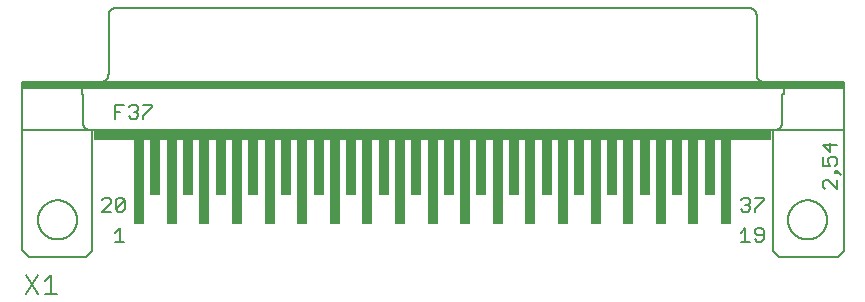
<source format=gto>
G75*
%MOIN*%
%OFA0B0*%
%FSLAX25Y25*%
%IPPOS*%
%LPD*%
%AMOC8*
5,1,8,0,0,1.08239X$1,22.5*
%
%ADD10C,0.00600*%
%ADD11C,0.00700*%
%ADD12C,0.00500*%
%ADD13R,2.25000X0.03000*%
%ADD14R,2.74000X0.02000*%
%ADD15R,0.03200X0.28500*%
%ADD16R,0.03200X0.18500*%
D10*
X0020102Y0116739D02*
X0039102Y0116739D01*
X0041102Y0118739D01*
X0041102Y0159239D01*
X0042102Y0159239D01*
X0267102Y0159239D01*
X0268102Y0159239D01*
X0268102Y0118739D01*
X0270102Y0116739D01*
X0289602Y0116739D01*
X0291602Y0118739D01*
X0291602Y0158739D01*
X0291602Y0159239D01*
X0271602Y0159239D01*
X0268102Y0159239D01*
X0267102Y0159239D02*
X0267102Y0156239D01*
X0042102Y0156239D01*
X0042102Y0159239D01*
X0041102Y0159239D02*
X0037602Y0159239D01*
X0017602Y0159239D01*
X0017602Y0158739D01*
X0017602Y0119239D01*
X0020102Y0116739D01*
X0023102Y0129239D02*
X0023104Y0129400D01*
X0023110Y0129560D01*
X0023120Y0129721D01*
X0023134Y0129881D01*
X0023152Y0130041D01*
X0023173Y0130200D01*
X0023199Y0130359D01*
X0023229Y0130517D01*
X0023262Y0130674D01*
X0023300Y0130831D01*
X0023341Y0130986D01*
X0023386Y0131140D01*
X0023435Y0131293D01*
X0023488Y0131445D01*
X0023544Y0131596D01*
X0023605Y0131745D01*
X0023668Y0131893D01*
X0023736Y0132039D01*
X0023807Y0132183D01*
X0023881Y0132325D01*
X0023959Y0132466D01*
X0024041Y0132604D01*
X0024126Y0132741D01*
X0024214Y0132875D01*
X0024306Y0133007D01*
X0024401Y0133137D01*
X0024499Y0133265D01*
X0024600Y0133390D01*
X0024704Y0133512D01*
X0024811Y0133632D01*
X0024921Y0133749D01*
X0025034Y0133864D01*
X0025150Y0133975D01*
X0025269Y0134084D01*
X0025390Y0134189D01*
X0025514Y0134292D01*
X0025640Y0134392D01*
X0025768Y0134488D01*
X0025899Y0134581D01*
X0026033Y0134671D01*
X0026168Y0134758D01*
X0026306Y0134841D01*
X0026445Y0134921D01*
X0026587Y0134997D01*
X0026730Y0135070D01*
X0026875Y0135139D01*
X0027022Y0135205D01*
X0027170Y0135267D01*
X0027320Y0135325D01*
X0027471Y0135380D01*
X0027624Y0135431D01*
X0027778Y0135478D01*
X0027933Y0135521D01*
X0028089Y0135560D01*
X0028245Y0135596D01*
X0028403Y0135627D01*
X0028561Y0135655D01*
X0028720Y0135679D01*
X0028880Y0135699D01*
X0029040Y0135715D01*
X0029200Y0135727D01*
X0029361Y0135735D01*
X0029522Y0135739D01*
X0029682Y0135739D01*
X0029843Y0135735D01*
X0030004Y0135727D01*
X0030164Y0135715D01*
X0030324Y0135699D01*
X0030484Y0135679D01*
X0030643Y0135655D01*
X0030801Y0135627D01*
X0030959Y0135596D01*
X0031115Y0135560D01*
X0031271Y0135521D01*
X0031426Y0135478D01*
X0031580Y0135431D01*
X0031733Y0135380D01*
X0031884Y0135325D01*
X0032034Y0135267D01*
X0032182Y0135205D01*
X0032329Y0135139D01*
X0032474Y0135070D01*
X0032617Y0134997D01*
X0032759Y0134921D01*
X0032898Y0134841D01*
X0033036Y0134758D01*
X0033171Y0134671D01*
X0033305Y0134581D01*
X0033436Y0134488D01*
X0033564Y0134392D01*
X0033690Y0134292D01*
X0033814Y0134189D01*
X0033935Y0134084D01*
X0034054Y0133975D01*
X0034170Y0133864D01*
X0034283Y0133749D01*
X0034393Y0133632D01*
X0034500Y0133512D01*
X0034604Y0133390D01*
X0034705Y0133265D01*
X0034803Y0133137D01*
X0034898Y0133007D01*
X0034990Y0132875D01*
X0035078Y0132741D01*
X0035163Y0132604D01*
X0035245Y0132466D01*
X0035323Y0132325D01*
X0035397Y0132183D01*
X0035468Y0132039D01*
X0035536Y0131893D01*
X0035599Y0131745D01*
X0035660Y0131596D01*
X0035716Y0131445D01*
X0035769Y0131293D01*
X0035818Y0131140D01*
X0035863Y0130986D01*
X0035904Y0130831D01*
X0035942Y0130674D01*
X0035975Y0130517D01*
X0036005Y0130359D01*
X0036031Y0130200D01*
X0036052Y0130041D01*
X0036070Y0129881D01*
X0036084Y0129721D01*
X0036094Y0129560D01*
X0036100Y0129400D01*
X0036102Y0129239D01*
X0036100Y0129078D01*
X0036094Y0128918D01*
X0036084Y0128757D01*
X0036070Y0128597D01*
X0036052Y0128437D01*
X0036031Y0128278D01*
X0036005Y0128119D01*
X0035975Y0127961D01*
X0035942Y0127804D01*
X0035904Y0127647D01*
X0035863Y0127492D01*
X0035818Y0127338D01*
X0035769Y0127185D01*
X0035716Y0127033D01*
X0035660Y0126882D01*
X0035599Y0126733D01*
X0035536Y0126585D01*
X0035468Y0126439D01*
X0035397Y0126295D01*
X0035323Y0126153D01*
X0035245Y0126012D01*
X0035163Y0125874D01*
X0035078Y0125737D01*
X0034990Y0125603D01*
X0034898Y0125471D01*
X0034803Y0125341D01*
X0034705Y0125213D01*
X0034604Y0125088D01*
X0034500Y0124966D01*
X0034393Y0124846D01*
X0034283Y0124729D01*
X0034170Y0124614D01*
X0034054Y0124503D01*
X0033935Y0124394D01*
X0033814Y0124289D01*
X0033690Y0124186D01*
X0033564Y0124086D01*
X0033436Y0123990D01*
X0033305Y0123897D01*
X0033171Y0123807D01*
X0033036Y0123720D01*
X0032898Y0123637D01*
X0032759Y0123557D01*
X0032617Y0123481D01*
X0032474Y0123408D01*
X0032329Y0123339D01*
X0032182Y0123273D01*
X0032034Y0123211D01*
X0031884Y0123153D01*
X0031733Y0123098D01*
X0031580Y0123047D01*
X0031426Y0123000D01*
X0031271Y0122957D01*
X0031115Y0122918D01*
X0030959Y0122882D01*
X0030801Y0122851D01*
X0030643Y0122823D01*
X0030484Y0122799D01*
X0030324Y0122779D01*
X0030164Y0122763D01*
X0030004Y0122751D01*
X0029843Y0122743D01*
X0029682Y0122739D01*
X0029522Y0122739D01*
X0029361Y0122743D01*
X0029200Y0122751D01*
X0029040Y0122763D01*
X0028880Y0122779D01*
X0028720Y0122799D01*
X0028561Y0122823D01*
X0028403Y0122851D01*
X0028245Y0122882D01*
X0028089Y0122918D01*
X0027933Y0122957D01*
X0027778Y0123000D01*
X0027624Y0123047D01*
X0027471Y0123098D01*
X0027320Y0123153D01*
X0027170Y0123211D01*
X0027022Y0123273D01*
X0026875Y0123339D01*
X0026730Y0123408D01*
X0026587Y0123481D01*
X0026445Y0123557D01*
X0026306Y0123637D01*
X0026168Y0123720D01*
X0026033Y0123807D01*
X0025899Y0123897D01*
X0025768Y0123990D01*
X0025640Y0124086D01*
X0025514Y0124186D01*
X0025390Y0124289D01*
X0025269Y0124394D01*
X0025150Y0124503D01*
X0025034Y0124614D01*
X0024921Y0124729D01*
X0024811Y0124846D01*
X0024704Y0124966D01*
X0024600Y0125088D01*
X0024499Y0125213D01*
X0024401Y0125341D01*
X0024306Y0125471D01*
X0024214Y0125603D01*
X0024126Y0125737D01*
X0024041Y0125874D01*
X0023959Y0126012D01*
X0023881Y0126153D01*
X0023807Y0126295D01*
X0023736Y0126439D01*
X0023668Y0126585D01*
X0023605Y0126733D01*
X0023544Y0126882D01*
X0023488Y0127033D01*
X0023435Y0127185D01*
X0023386Y0127338D01*
X0023341Y0127492D01*
X0023300Y0127647D01*
X0023262Y0127804D01*
X0023229Y0127961D01*
X0023199Y0128119D01*
X0023173Y0128278D01*
X0023152Y0128437D01*
X0023134Y0128597D01*
X0023120Y0128757D01*
X0023110Y0128918D01*
X0023104Y0129078D01*
X0023102Y0129239D01*
X0017602Y0159239D02*
X0017602Y0171239D01*
X0017602Y0173239D01*
X0027602Y0173239D01*
X0037602Y0173239D01*
X0271602Y0173239D01*
X0271602Y0171239D01*
X0271102Y0171239D01*
X0271102Y0161739D01*
X0271100Y0161641D01*
X0271094Y0161543D01*
X0271085Y0161445D01*
X0271071Y0161348D01*
X0271054Y0161251D01*
X0271033Y0161155D01*
X0271008Y0161060D01*
X0270980Y0160966D01*
X0270947Y0160874D01*
X0270912Y0160782D01*
X0270872Y0160692D01*
X0270830Y0160604D01*
X0270783Y0160517D01*
X0270734Y0160433D01*
X0270681Y0160350D01*
X0270625Y0160270D01*
X0270565Y0160191D01*
X0270503Y0160115D01*
X0270438Y0160042D01*
X0270370Y0159971D01*
X0270299Y0159903D01*
X0270226Y0159838D01*
X0270150Y0159776D01*
X0270071Y0159716D01*
X0269991Y0159660D01*
X0269908Y0159607D01*
X0269824Y0159558D01*
X0269737Y0159511D01*
X0269649Y0159469D01*
X0269559Y0159429D01*
X0269467Y0159394D01*
X0269375Y0159361D01*
X0269281Y0159333D01*
X0269186Y0159308D01*
X0269090Y0159287D01*
X0268993Y0159270D01*
X0268896Y0159256D01*
X0268798Y0159247D01*
X0268700Y0159241D01*
X0268602Y0159239D01*
X0271602Y0173239D02*
X0281602Y0173239D01*
X0291602Y0173239D01*
X0291602Y0171239D01*
X0291602Y0159239D01*
X0291602Y0173239D02*
X0291602Y0175239D01*
X0261102Y0175239D01*
X0048102Y0175239D01*
X0017602Y0175239D01*
X0017602Y0173239D01*
X0037602Y0173239D02*
X0037602Y0171239D01*
X0038102Y0171239D01*
X0038102Y0161739D01*
X0038104Y0161641D01*
X0038110Y0161543D01*
X0038119Y0161445D01*
X0038133Y0161348D01*
X0038150Y0161251D01*
X0038171Y0161155D01*
X0038196Y0161060D01*
X0038224Y0160966D01*
X0038257Y0160874D01*
X0038292Y0160782D01*
X0038332Y0160692D01*
X0038374Y0160604D01*
X0038421Y0160517D01*
X0038470Y0160433D01*
X0038523Y0160350D01*
X0038579Y0160270D01*
X0038639Y0160191D01*
X0038701Y0160115D01*
X0038766Y0160042D01*
X0038834Y0159971D01*
X0038905Y0159903D01*
X0038978Y0159838D01*
X0039054Y0159776D01*
X0039133Y0159716D01*
X0039213Y0159660D01*
X0039296Y0159607D01*
X0039380Y0159558D01*
X0039467Y0159511D01*
X0039555Y0159469D01*
X0039645Y0159429D01*
X0039737Y0159394D01*
X0039829Y0159361D01*
X0039923Y0159333D01*
X0040018Y0159308D01*
X0040114Y0159287D01*
X0040211Y0159270D01*
X0040308Y0159256D01*
X0040406Y0159247D01*
X0040504Y0159241D01*
X0040602Y0159239D01*
X0044102Y0175239D02*
X0044200Y0175241D01*
X0044298Y0175247D01*
X0044396Y0175256D01*
X0044493Y0175270D01*
X0044590Y0175287D01*
X0044686Y0175308D01*
X0044781Y0175333D01*
X0044875Y0175361D01*
X0044967Y0175394D01*
X0045059Y0175429D01*
X0045149Y0175469D01*
X0045237Y0175511D01*
X0045324Y0175558D01*
X0045408Y0175607D01*
X0045491Y0175660D01*
X0045571Y0175716D01*
X0045650Y0175776D01*
X0045726Y0175838D01*
X0045799Y0175903D01*
X0045870Y0175971D01*
X0045938Y0176042D01*
X0046003Y0176115D01*
X0046065Y0176191D01*
X0046125Y0176270D01*
X0046181Y0176350D01*
X0046234Y0176433D01*
X0046283Y0176517D01*
X0046330Y0176604D01*
X0046372Y0176692D01*
X0046412Y0176782D01*
X0046447Y0176874D01*
X0046480Y0176966D01*
X0046508Y0177060D01*
X0046533Y0177155D01*
X0046554Y0177251D01*
X0046571Y0177348D01*
X0046585Y0177445D01*
X0046594Y0177543D01*
X0046600Y0177641D01*
X0046602Y0177739D01*
X0046602Y0197739D01*
X0046604Y0197826D01*
X0046610Y0197913D01*
X0046619Y0198000D01*
X0046632Y0198086D01*
X0046649Y0198172D01*
X0046670Y0198257D01*
X0046695Y0198340D01*
X0046723Y0198423D01*
X0046754Y0198504D01*
X0046789Y0198584D01*
X0046828Y0198662D01*
X0046870Y0198739D01*
X0046915Y0198814D01*
X0046964Y0198886D01*
X0047015Y0198957D01*
X0047070Y0199025D01*
X0047127Y0199090D01*
X0047188Y0199153D01*
X0047251Y0199214D01*
X0047316Y0199271D01*
X0047384Y0199326D01*
X0047455Y0199377D01*
X0047527Y0199426D01*
X0047602Y0199471D01*
X0047679Y0199513D01*
X0047757Y0199552D01*
X0047837Y0199587D01*
X0047918Y0199618D01*
X0048001Y0199646D01*
X0048084Y0199671D01*
X0048169Y0199692D01*
X0048255Y0199709D01*
X0048341Y0199722D01*
X0048428Y0199731D01*
X0048515Y0199737D01*
X0048602Y0199739D01*
X0049602Y0199739D01*
X0259602Y0199739D01*
X0260602Y0199739D01*
X0260689Y0199737D01*
X0260776Y0199731D01*
X0260863Y0199722D01*
X0260949Y0199709D01*
X0261035Y0199692D01*
X0261120Y0199671D01*
X0261203Y0199646D01*
X0261286Y0199618D01*
X0261367Y0199587D01*
X0261447Y0199552D01*
X0261525Y0199513D01*
X0261602Y0199471D01*
X0261677Y0199426D01*
X0261749Y0199377D01*
X0261820Y0199326D01*
X0261888Y0199271D01*
X0261953Y0199214D01*
X0262016Y0199153D01*
X0262077Y0199090D01*
X0262134Y0199025D01*
X0262189Y0198957D01*
X0262240Y0198886D01*
X0262289Y0198814D01*
X0262334Y0198739D01*
X0262376Y0198662D01*
X0262415Y0198584D01*
X0262450Y0198504D01*
X0262481Y0198423D01*
X0262509Y0198340D01*
X0262534Y0198257D01*
X0262555Y0198172D01*
X0262572Y0198086D01*
X0262585Y0198000D01*
X0262594Y0197913D01*
X0262600Y0197826D01*
X0262602Y0197739D01*
X0262602Y0177739D01*
X0262604Y0177641D01*
X0262610Y0177543D01*
X0262619Y0177445D01*
X0262633Y0177348D01*
X0262650Y0177251D01*
X0262671Y0177155D01*
X0262696Y0177060D01*
X0262724Y0176966D01*
X0262757Y0176874D01*
X0262792Y0176782D01*
X0262832Y0176692D01*
X0262874Y0176604D01*
X0262921Y0176517D01*
X0262970Y0176433D01*
X0263023Y0176350D01*
X0263079Y0176270D01*
X0263139Y0176191D01*
X0263201Y0176115D01*
X0263266Y0176042D01*
X0263334Y0175971D01*
X0263405Y0175903D01*
X0263478Y0175838D01*
X0263554Y0175776D01*
X0263633Y0175716D01*
X0263713Y0175660D01*
X0263796Y0175607D01*
X0263880Y0175558D01*
X0263967Y0175511D01*
X0264055Y0175469D01*
X0264145Y0175429D01*
X0264237Y0175394D01*
X0264329Y0175361D01*
X0264423Y0175333D01*
X0264518Y0175308D01*
X0264614Y0175287D01*
X0264711Y0175270D01*
X0264808Y0175256D01*
X0264906Y0175247D01*
X0265004Y0175241D01*
X0265102Y0175239D01*
X0273102Y0129239D02*
X0273104Y0129400D01*
X0273110Y0129560D01*
X0273120Y0129721D01*
X0273134Y0129881D01*
X0273152Y0130041D01*
X0273173Y0130200D01*
X0273199Y0130359D01*
X0273229Y0130517D01*
X0273262Y0130674D01*
X0273300Y0130831D01*
X0273341Y0130986D01*
X0273386Y0131140D01*
X0273435Y0131293D01*
X0273488Y0131445D01*
X0273544Y0131596D01*
X0273605Y0131745D01*
X0273668Y0131893D01*
X0273736Y0132039D01*
X0273807Y0132183D01*
X0273881Y0132325D01*
X0273959Y0132466D01*
X0274041Y0132604D01*
X0274126Y0132741D01*
X0274214Y0132875D01*
X0274306Y0133007D01*
X0274401Y0133137D01*
X0274499Y0133265D01*
X0274600Y0133390D01*
X0274704Y0133512D01*
X0274811Y0133632D01*
X0274921Y0133749D01*
X0275034Y0133864D01*
X0275150Y0133975D01*
X0275269Y0134084D01*
X0275390Y0134189D01*
X0275514Y0134292D01*
X0275640Y0134392D01*
X0275768Y0134488D01*
X0275899Y0134581D01*
X0276033Y0134671D01*
X0276168Y0134758D01*
X0276306Y0134841D01*
X0276445Y0134921D01*
X0276587Y0134997D01*
X0276730Y0135070D01*
X0276875Y0135139D01*
X0277022Y0135205D01*
X0277170Y0135267D01*
X0277320Y0135325D01*
X0277471Y0135380D01*
X0277624Y0135431D01*
X0277778Y0135478D01*
X0277933Y0135521D01*
X0278089Y0135560D01*
X0278245Y0135596D01*
X0278403Y0135627D01*
X0278561Y0135655D01*
X0278720Y0135679D01*
X0278880Y0135699D01*
X0279040Y0135715D01*
X0279200Y0135727D01*
X0279361Y0135735D01*
X0279522Y0135739D01*
X0279682Y0135739D01*
X0279843Y0135735D01*
X0280004Y0135727D01*
X0280164Y0135715D01*
X0280324Y0135699D01*
X0280484Y0135679D01*
X0280643Y0135655D01*
X0280801Y0135627D01*
X0280959Y0135596D01*
X0281115Y0135560D01*
X0281271Y0135521D01*
X0281426Y0135478D01*
X0281580Y0135431D01*
X0281733Y0135380D01*
X0281884Y0135325D01*
X0282034Y0135267D01*
X0282182Y0135205D01*
X0282329Y0135139D01*
X0282474Y0135070D01*
X0282617Y0134997D01*
X0282759Y0134921D01*
X0282898Y0134841D01*
X0283036Y0134758D01*
X0283171Y0134671D01*
X0283305Y0134581D01*
X0283436Y0134488D01*
X0283564Y0134392D01*
X0283690Y0134292D01*
X0283814Y0134189D01*
X0283935Y0134084D01*
X0284054Y0133975D01*
X0284170Y0133864D01*
X0284283Y0133749D01*
X0284393Y0133632D01*
X0284500Y0133512D01*
X0284604Y0133390D01*
X0284705Y0133265D01*
X0284803Y0133137D01*
X0284898Y0133007D01*
X0284990Y0132875D01*
X0285078Y0132741D01*
X0285163Y0132604D01*
X0285245Y0132466D01*
X0285323Y0132325D01*
X0285397Y0132183D01*
X0285468Y0132039D01*
X0285536Y0131893D01*
X0285599Y0131745D01*
X0285660Y0131596D01*
X0285716Y0131445D01*
X0285769Y0131293D01*
X0285818Y0131140D01*
X0285863Y0130986D01*
X0285904Y0130831D01*
X0285942Y0130674D01*
X0285975Y0130517D01*
X0286005Y0130359D01*
X0286031Y0130200D01*
X0286052Y0130041D01*
X0286070Y0129881D01*
X0286084Y0129721D01*
X0286094Y0129560D01*
X0286100Y0129400D01*
X0286102Y0129239D01*
X0286100Y0129078D01*
X0286094Y0128918D01*
X0286084Y0128757D01*
X0286070Y0128597D01*
X0286052Y0128437D01*
X0286031Y0128278D01*
X0286005Y0128119D01*
X0285975Y0127961D01*
X0285942Y0127804D01*
X0285904Y0127647D01*
X0285863Y0127492D01*
X0285818Y0127338D01*
X0285769Y0127185D01*
X0285716Y0127033D01*
X0285660Y0126882D01*
X0285599Y0126733D01*
X0285536Y0126585D01*
X0285468Y0126439D01*
X0285397Y0126295D01*
X0285323Y0126153D01*
X0285245Y0126012D01*
X0285163Y0125874D01*
X0285078Y0125737D01*
X0284990Y0125603D01*
X0284898Y0125471D01*
X0284803Y0125341D01*
X0284705Y0125213D01*
X0284604Y0125088D01*
X0284500Y0124966D01*
X0284393Y0124846D01*
X0284283Y0124729D01*
X0284170Y0124614D01*
X0284054Y0124503D01*
X0283935Y0124394D01*
X0283814Y0124289D01*
X0283690Y0124186D01*
X0283564Y0124086D01*
X0283436Y0123990D01*
X0283305Y0123897D01*
X0283171Y0123807D01*
X0283036Y0123720D01*
X0282898Y0123637D01*
X0282759Y0123557D01*
X0282617Y0123481D01*
X0282474Y0123408D01*
X0282329Y0123339D01*
X0282182Y0123273D01*
X0282034Y0123211D01*
X0281884Y0123153D01*
X0281733Y0123098D01*
X0281580Y0123047D01*
X0281426Y0123000D01*
X0281271Y0122957D01*
X0281115Y0122918D01*
X0280959Y0122882D01*
X0280801Y0122851D01*
X0280643Y0122823D01*
X0280484Y0122799D01*
X0280324Y0122779D01*
X0280164Y0122763D01*
X0280004Y0122751D01*
X0279843Y0122743D01*
X0279682Y0122739D01*
X0279522Y0122739D01*
X0279361Y0122743D01*
X0279200Y0122751D01*
X0279040Y0122763D01*
X0278880Y0122779D01*
X0278720Y0122799D01*
X0278561Y0122823D01*
X0278403Y0122851D01*
X0278245Y0122882D01*
X0278089Y0122918D01*
X0277933Y0122957D01*
X0277778Y0123000D01*
X0277624Y0123047D01*
X0277471Y0123098D01*
X0277320Y0123153D01*
X0277170Y0123211D01*
X0277022Y0123273D01*
X0276875Y0123339D01*
X0276730Y0123408D01*
X0276587Y0123481D01*
X0276445Y0123557D01*
X0276306Y0123637D01*
X0276168Y0123720D01*
X0276033Y0123807D01*
X0275899Y0123897D01*
X0275768Y0123990D01*
X0275640Y0124086D01*
X0275514Y0124186D01*
X0275390Y0124289D01*
X0275269Y0124394D01*
X0275150Y0124503D01*
X0275034Y0124614D01*
X0274921Y0124729D01*
X0274811Y0124846D01*
X0274704Y0124966D01*
X0274600Y0125088D01*
X0274499Y0125213D01*
X0274401Y0125341D01*
X0274306Y0125471D01*
X0274214Y0125603D01*
X0274126Y0125737D01*
X0274041Y0125874D01*
X0273959Y0126012D01*
X0273881Y0126153D01*
X0273807Y0126295D01*
X0273736Y0126439D01*
X0273668Y0126585D01*
X0273605Y0126733D01*
X0273544Y0126882D01*
X0273488Y0127033D01*
X0273435Y0127185D01*
X0273386Y0127338D01*
X0273341Y0127492D01*
X0273300Y0127647D01*
X0273262Y0127804D01*
X0273229Y0127961D01*
X0273199Y0128119D01*
X0273173Y0128278D01*
X0273152Y0128437D01*
X0273134Y0128597D01*
X0273120Y0128757D01*
X0273110Y0128918D01*
X0273104Y0129078D01*
X0273102Y0129239D01*
D11*
X0023156Y0110894D02*
X0018952Y0104589D01*
X0023156Y0104589D02*
X0018952Y0110894D01*
X0025398Y0108793D02*
X0027500Y0110894D01*
X0027500Y0104589D01*
X0029601Y0104589D02*
X0025398Y0104589D01*
D12*
X0048852Y0121989D02*
X0051855Y0121989D01*
X0050354Y0121989D02*
X0050354Y0126493D01*
X0048852Y0124992D01*
X0049707Y0131989D02*
X0048956Y0132740D01*
X0051959Y0135742D01*
X0051959Y0132740D01*
X0051208Y0131989D01*
X0049707Y0131989D01*
X0048956Y0132740D02*
X0048956Y0135742D01*
X0049707Y0136493D01*
X0051208Y0136493D01*
X0051959Y0135742D01*
X0047355Y0135742D02*
X0046604Y0136493D01*
X0045103Y0136493D01*
X0044352Y0135742D01*
X0047355Y0135742D02*
X0047355Y0134992D01*
X0044352Y0131989D01*
X0047355Y0131989D01*
X0048852Y0162989D02*
X0048852Y0167493D01*
X0051855Y0167493D01*
X0053456Y0166742D02*
X0054207Y0167493D01*
X0055708Y0167493D01*
X0056459Y0166742D01*
X0056459Y0165992D01*
X0055708Y0165241D01*
X0056459Y0164490D01*
X0056459Y0163740D01*
X0055708Y0162989D01*
X0054207Y0162989D01*
X0053456Y0163740D01*
X0054958Y0165241D02*
X0055708Y0165241D01*
X0058060Y0163740D02*
X0058060Y0162989D01*
X0058060Y0163740D02*
X0061063Y0166742D01*
X0061063Y0167493D01*
X0058060Y0167493D01*
X0050354Y0165241D02*
X0048852Y0165241D01*
X0257352Y0135742D02*
X0258103Y0136493D01*
X0259604Y0136493D01*
X0260355Y0135742D01*
X0260355Y0134992D01*
X0259604Y0134241D01*
X0260355Y0133490D01*
X0260355Y0132740D01*
X0259604Y0131989D01*
X0258103Y0131989D01*
X0257352Y0132740D01*
X0258854Y0134241D02*
X0259604Y0134241D01*
X0261956Y0132740D02*
X0261956Y0131989D01*
X0261956Y0132740D02*
X0264959Y0135742D01*
X0264959Y0136493D01*
X0261956Y0136493D01*
X0262707Y0126493D02*
X0261956Y0125742D01*
X0261956Y0124992D01*
X0262707Y0124241D01*
X0264959Y0124241D01*
X0264959Y0122740D02*
X0264959Y0125742D01*
X0264208Y0126493D01*
X0262707Y0126493D01*
X0261956Y0122740D02*
X0262707Y0121989D01*
X0264208Y0121989D01*
X0264959Y0122740D01*
X0260355Y0121989D02*
X0257352Y0121989D01*
X0258854Y0121989D02*
X0258854Y0126493D01*
X0257352Y0124992D01*
X0284849Y0140240D02*
X0285599Y0139489D01*
X0284849Y0140240D02*
X0284849Y0141741D01*
X0285599Y0142492D01*
X0286350Y0142492D01*
X0289352Y0139489D01*
X0289352Y0142492D01*
X0290854Y0144093D02*
X0289352Y0145594D01*
X0289352Y0144844D01*
X0288602Y0144844D01*
X0288602Y0145594D01*
X0289352Y0145594D01*
X0288602Y0147162D02*
X0289352Y0147913D01*
X0289352Y0149414D01*
X0288602Y0150165D01*
X0287100Y0150165D01*
X0286350Y0149414D01*
X0286350Y0148663D01*
X0287100Y0147162D01*
X0284849Y0147162D01*
X0284849Y0150165D01*
X0287100Y0151766D02*
X0287100Y0154769D01*
X0284849Y0154018D02*
X0287100Y0151766D01*
X0289352Y0154018D02*
X0284849Y0154018D01*
D13*
X0154602Y0157739D03*
D14*
X0154602Y0174239D03*
D15*
X0154602Y0141989D03*
X0143802Y0141989D03*
X0132902Y0141989D03*
X0122002Y0141989D03*
X0111102Y0141989D03*
X0100302Y0141989D03*
X0089402Y0141989D03*
X0078502Y0141989D03*
X0067702Y0141989D03*
X0056802Y0141989D03*
X0165502Y0141989D03*
X0176302Y0141989D03*
X0187202Y0141989D03*
X0198102Y0141989D03*
X0209002Y0141989D03*
X0219802Y0141989D03*
X0230802Y0141989D03*
X0241502Y0141989D03*
X0252402Y0141989D03*
D16*
X0247002Y0146989D03*
X0236102Y0146989D03*
X0225302Y0146989D03*
X0214402Y0146989D03*
X0203502Y0146989D03*
X0192602Y0146989D03*
X0181802Y0146989D03*
X0170902Y0146989D03*
X0160002Y0146989D03*
X0149202Y0146989D03*
X0138302Y0146989D03*
X0127402Y0146989D03*
X0116602Y0146989D03*
X0105702Y0146989D03*
X0094802Y0146989D03*
X0084002Y0146989D03*
X0073102Y0146989D03*
X0062202Y0146989D03*
M02*

</source>
